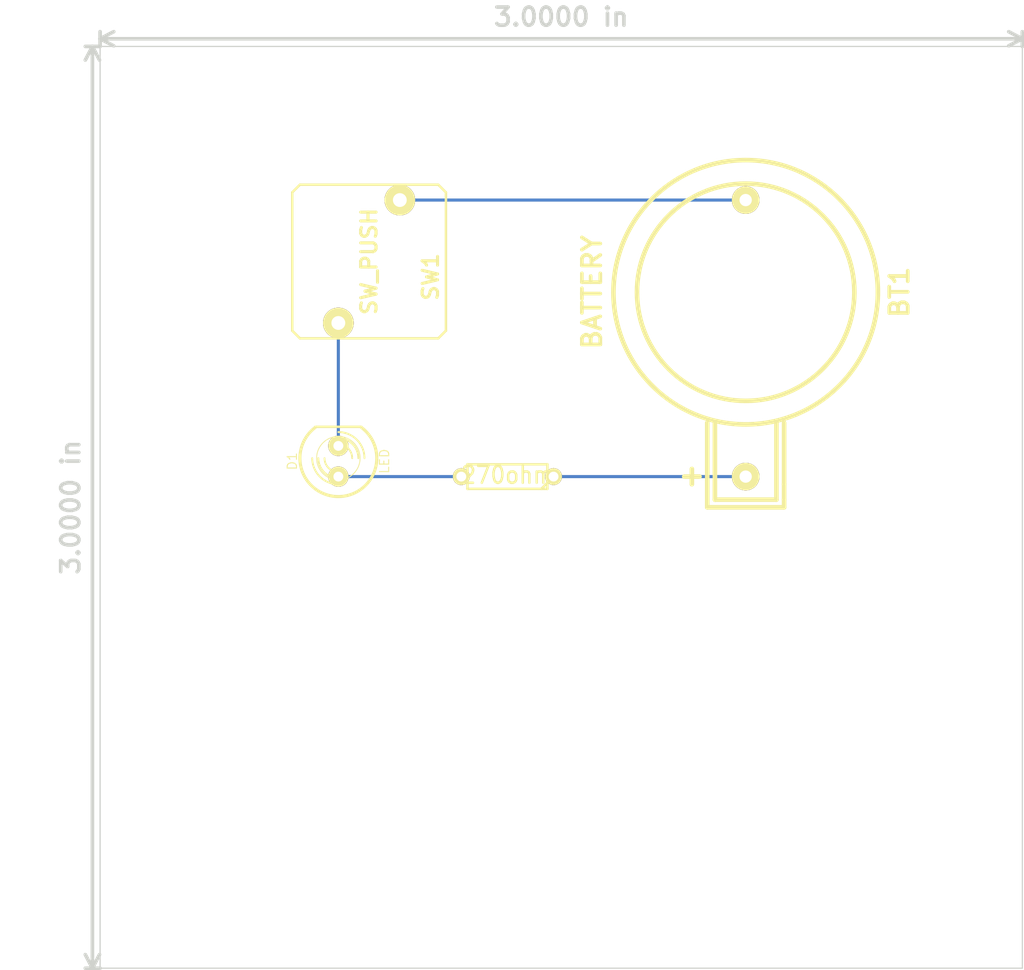
<source format=kicad_pcb>
(kicad_pcb (version 3) (host pcbnew "(2013-07-07 BZR 4022)-stable")

  (general
    (links 4)
    (no_connects 0)
    (area 62.865 17.78 147.32 97.79)
    (thickness 1.6)
    (drawings 6)
    (tracks 4)
    (zones 0)
    (modules 4)
    (nets 5)
  )

  (page A3)
  (layers
    (15 F.Cu signal)
    (0 B.Cu signal)
    (16 B.Adhes user)
    (17 F.Adhes user)
    (18 B.Paste user)
    (19 F.Paste user)
    (20 B.SilkS user)
    (21 F.SilkS user)
    (22 B.Mask user)
    (23 F.Mask user)
    (24 Dwgs.User user)
    (25 Cmts.User user)
    (26 Eco1.User user)
    (27 Eco2.User user)
    (28 Edge.Cuts user)
  )

  (setup
    (last_trace_width 0.254)
    (trace_clearance 0.254)
    (zone_clearance 0.508)
    (zone_45_only no)
    (trace_min 0.254)
    (segment_width 0.2)
    (edge_width 0.1)
    (via_size 0.889)
    (via_drill 0.635)
    (via_min_size 0.889)
    (via_min_drill 0.508)
    (uvia_size 0.508)
    (uvia_drill 0.127)
    (uvias_allowed no)
    (uvia_min_size 0.508)
    (uvia_min_drill 0.127)
    (pcb_text_width 0.3)
    (pcb_text_size 1.5 1.5)
    (mod_edge_width 0.15)
    (mod_text_size 1 1)
    (mod_text_width 0.15)
    (pad_size 1.5 1.5)
    (pad_drill 0.6)
    (pad_to_mask_clearance 0)
    (aux_axis_origin 0 0)
    (visible_elements 7FFFFFFF)
    (pcbplotparams
      (layerselection 3178497)
      (usegerberextensions true)
      (excludeedgelayer true)
      (linewidth 0.150000)
      (plotframeref false)
      (viasonmask false)
      (mode 1)
      (useauxorigin false)
      (hpglpennumber 1)
      (hpglpenspeed 20)
      (hpglpendiameter 15)
      (hpglpenoverlay 2)
      (psnegative false)
      (psa4output false)
      (plotreference true)
      (plotvalue true)
      (plotothertext true)
      (plotinvisibletext false)
      (padsonsilk false)
      (subtractmaskfromsilk false)
      (outputformat 1)
      (mirror false)
      (drillshape 1)
      (scaleselection 1)
      (outputdirectory ""))
  )

  (net 0 "")
  (net 1 N-000001)
  (net 2 N-000002)
  (net 3 N-000003)
  (net 4 N-000004)

  (net_class Default "これは標準のネット クラスです。"
    (clearance 0.254)
    (trace_width 0.254)
    (via_dia 0.889)
    (via_drill 0.635)
    (uvia_dia 0.508)
    (uvia_drill 0.127)
    (add_net "")
    (add_net N-000001)
    (add_net N-000002)
    (add_net N-000003)
    (add_net N-000004)
  )

  (module SW_PUSH   placed (layer F.Cu) (tedit 3F9504DA) (tstamp 54311E6A)
    (at 93.345 39.37 270)
    (descr "Bouton poussoir")
    (tags "SWITCH DEV")
    (path /5430E6A8)
    (autoplace_cost180 10)
    (fp_text reference SW1 (at 1.27 -5.08 270) (layer F.SilkS)
      (effects (font (size 1.27 1.27) (thickness 0.254)))
    )
    (fp_text value SW_PUSH (at 0 0 270) (layer F.SilkS)
      (effects (font (size 1.27 1.27) (thickness 0.254)))
    )
    (fp_line (start 6.35 -5.715) (end 6.35 5.715) (layer F.SilkS) (width 0.2032))
    (fp_line (start 6.35 5.715) (end 5.715 6.35) (layer F.SilkS) (width 0.2032))
    (fp_line (start 5.715 6.35) (end -5.715 6.35) (layer F.SilkS) (width 0.2032))
    (fp_line (start -5.715 6.35) (end -6.35 5.715) (layer F.SilkS) (width 0.2032))
    (fp_line (start -6.35 5.715) (end -6.35 -5.715) (layer F.SilkS) (width 0.2032))
    (fp_line (start -5.715 -6.35) (end 5.715 -6.35) (layer F.SilkS) (width 0.2032))
    (fp_line (start 5.715 -6.35) (end 6.35 -5.715) (layer F.SilkS) (width 0.2032))
    (fp_line (start -6.35 -5.715) (end -5.715 -6.35) (layer F.SilkS) (width 0.2032))
    (pad 1 thru_hole circle (at -5.08 -2.54 270) (size 2.54 2.54) (drill 1.143)
      (layers *.Cu *.Mask F.SilkS)
      (net 3 N-000003)
    )
    (pad 2 thru_hole circle (at 5.08 2.54 270) (size 2.54 2.54) (drill 1.143)
      (layers *.Cu *.Mask F.SilkS)
      (net 4 N-000004)
    )
    (model device/switch_push.wrl
      (at (xyz 0 0 0))
      (scale (xyz 1 1 1))
      (rotate (xyz 0 0 0))
    )
  )

  (module R3   placed (layer F.Cu) (tedit 4E4C0E65) (tstamp 54311E78)
    (at 104.775 57.15 180)
    (descr "Resitance 3 pas")
    (tags R)
    (path /5430E523)
    (autoplace_cost180 10)
    (fp_text reference R1 (at 0 0.127 180) (layer F.SilkS) hide
      (effects (font (size 1.397 1.27) (thickness 0.2032)))
    )
    (fp_text value 270ohm (at 0 0.127 180) (layer F.SilkS)
      (effects (font (size 1.397 1.27) (thickness 0.2032)))
    )
    (fp_line (start -3.81 0) (end -3.302 0) (layer F.SilkS) (width 0.2032))
    (fp_line (start 3.81 0) (end 3.302 0) (layer F.SilkS) (width 0.2032))
    (fp_line (start 3.302 0) (end 3.302 -1.016) (layer F.SilkS) (width 0.2032))
    (fp_line (start 3.302 -1.016) (end -3.302 -1.016) (layer F.SilkS) (width 0.2032))
    (fp_line (start -3.302 -1.016) (end -3.302 1.016) (layer F.SilkS) (width 0.2032))
    (fp_line (start -3.302 1.016) (end 3.302 1.016) (layer F.SilkS) (width 0.2032))
    (fp_line (start 3.302 1.016) (end 3.302 0) (layer F.SilkS) (width 0.2032))
    (fp_line (start -3.302 -0.508) (end -2.794 -1.016) (layer F.SilkS) (width 0.2032))
    (pad 1 thru_hole circle (at -3.81 0 180) (size 1.397 1.397) (drill 0.8128)
      (layers *.Cu *.Mask F.SilkS)
      (net 2 N-000002)
    )
    (pad 2 thru_hole circle (at 3.81 0 180) (size 1.397 1.397) (drill 0.8128)
      (layers *.Cu *.Mask F.SilkS)
      (net 1 N-000001)
    )
    (model discret/resistor.wrl
      (at (xyz 0 0 0))
      (scale (xyz 0.3 0.3 0.3))
      (rotate (xyz 0 0 0))
    )
  )

  (module LED-5MM   placed (layer F.Cu) (tedit 50ADE86B) (tstamp 54311E87)
    (at 90.805 55.88 90)
    (descr "LED 5mm - Lead pitch 100mil (2,54mm)")
    (tags "LED led 5mm 5MM 100mil 2,54mm")
    (path /5430E532)
    (fp_text reference D1 (at 0 -3.81 90) (layer F.SilkS)
      (effects (font (size 0.762 0.762) (thickness 0.0889)))
    )
    (fp_text value LED (at 0 3.81 90) (layer F.SilkS)
      (effects (font (size 0.762 0.762) (thickness 0.0889)))
    )
    (fp_line (start 2.8448 1.905) (end 2.8448 -1.905) (layer F.SilkS) (width 0.2032))
    (fp_circle (center 0.254 0) (end -1.016 1.27) (layer F.SilkS) (width 0.0762))
    (fp_arc (start 0.254 0) (end 2.794 1.905) (angle 286.2) (layer F.SilkS) (width 0.254))
    (fp_arc (start 0.254 0) (end -0.889 0) (angle 90) (layer F.SilkS) (width 0.1524))
    (fp_arc (start 0.254 0) (end 1.397 0) (angle 90) (layer F.SilkS) (width 0.1524))
    (fp_arc (start 0.254 0) (end -1.397 0) (angle 90) (layer F.SilkS) (width 0.1524))
    (fp_arc (start 0.254 0) (end 1.905 0) (angle 90) (layer F.SilkS) (width 0.1524))
    (fp_arc (start 0.254 0) (end -1.905 0) (angle 90) (layer F.SilkS) (width 0.1524))
    (fp_arc (start 0.254 0) (end 2.413 0) (angle 90) (layer F.SilkS) (width 0.1524))
    (pad 1 thru_hole circle (at -1.27 0 90) (size 1.6764 1.6764) (drill 0.8128)
      (layers *.Cu *.Mask F.SilkS)
      (net 1 N-000001)
    )
    (pad 2 thru_hole circle (at 1.27 0 90) (size 1.6764 1.6764) (drill 0.8128)
      (layers *.Cu *.Mask F.SilkS)
      (net 4 N-000004)
    )
    (model discret/leds/led5_vertical_verde.wrl
      (at (xyz 0 0 0))
      (scale (xyz 1 1 1))
      (rotate (xyz 0 0 0))
    )
  )

  (module CR2032H   placed (layer F.Cu) (tedit 4C5E6DB1) (tstamp 54311E9A)
    (at 124.46 41.91 270)
    (path /5430E5BC)
    (fp_text reference BT1 (at 0 -12.7 270) (layer F.SilkS)
      (effects (font (size 1.524 1.524) (thickness 0.3048)))
    )
    (fp_text value BATTERY (at 0 12.7 270) (layer F.SilkS)
      (effects (font (size 1.524 1.524) (thickness 0.3048)))
    )
    (fp_line (start 15.24 3.81) (end 15.24 5.08) (layer F.SilkS) (width 0.381))
    (fp_line (start 14.605 4.445) (end 15.875 4.445) (layer F.SilkS) (width 0.381))
    (fp_line (start 10.795 -2.54) (end 17.145 -2.54) (layer F.SilkS) (width 0.381))
    (fp_line (start 17.145 -2.54) (end 17.145 2.54) (layer F.SilkS) (width 0.381))
    (fp_line (start 17.145 2.54) (end 10.795 2.54) (layer F.SilkS) (width 0.381))
    (fp_line (start 17.145 -3.175) (end 17.78 -3.175) (layer F.SilkS) (width 0.381))
    (fp_line (start 17.78 -3.175) (end 17.78 3.175) (layer F.SilkS) (width 0.381))
    (fp_line (start 17.78 3.175) (end 17.145 3.175) (layer F.SilkS) (width 0.381))
    (fp_line (start 15.875 -3.175) (end 17.145 -3.175) (layer F.SilkS) (width 0.381))
    (fp_line (start 17.145 3.175) (end 10.795 3.175) (layer F.SilkS) (width 0.381))
    (fp_line (start 10.795 -3.175) (end 15.875 -3.175) (layer F.SilkS) (width 0.381))
    (fp_circle (center 0 0) (end -1.27 -8.89) (layer F.SilkS) (width 0.381))
    (fp_circle (center 0 0) (end 6.35 8.89) (layer F.SilkS) (width 0.381))
    (pad 2 thru_hole circle (at -7.62 0 270) (size 2.286 2.286) (drill 1.016)
      (layers *.Cu *.Mask F.SilkS)
      (net 3 N-000003)
    )
    (pad 1 thru_hole circle (at 15.24 0 270) (size 2.286 2.286) (drill 1.016)
      (layers *.Cu *.Mask F.SilkS)
      (net 2 N-000002)
    )
  )

  (gr_line (start 147.32 97.79) (end 147.32 21.59) (angle 90) (layer Edge.Cuts) (width 0.1))
  (gr_line (start 71.12 97.79) (end 147.32 97.79) (angle 90) (layer Edge.Cuts) (width 0.1))
  (gr_line (start 71.12 21.59) (end 71.12 97.79) (angle 90) (layer Edge.Cuts) (width 0.1))
  (gr_line (start 71.12 21.59) (end 147.32 21.59) (angle 90) (layer Edge.Cuts) (width 0.1))
  (dimension 76.2 (width 0.3) (layer Edge.Cuts)
    (gr_text 3.0000インチ (at 69.135001 59.69 270) (layer Edge.Cuts)
      (effects (font (size 1.5 1.5) (thickness 0.3)))
    )
    (feature1 (pts (xy 71.12 97.79) (xy 67.785001 97.79)))
    (feature2 (pts (xy 71.12 21.59) (xy 67.785001 21.59)))
    (crossbar (pts (xy 70.485001 21.59) (xy 70.485001 97.79)))
    (arrow1a (pts (xy 70.485001 97.79) (xy 69.898581 96.663497)))
    (arrow1b (pts (xy 70.485001 97.79) (xy 71.071421 96.663497)))
    (arrow2a (pts (xy 70.485001 21.59) (xy 69.898581 22.716503)))
    (arrow2b (pts (xy 70.485001 21.59) (xy 71.071421 22.716503)))
  )
  (dimension 76.2 (width 0.3) (layer Edge.Cuts)
    (gr_text 3.0000インチ (at 109.22 19.605001) (layer Edge.Cuts)
      (effects (font (size 1.5 1.5) (thickness 0.3)))
    )
    (feature1 (pts (xy 147.32 21.59) (xy 147.32 18.255001)))
    (feature2 (pts (xy 71.12 21.59) (xy 71.12 18.255001)))
    (crossbar (pts (xy 71.12 20.955001) (xy 147.32 20.955001)))
    (arrow1a (pts (xy 147.32 20.955001) (xy 146.193497 21.541421)))
    (arrow1b (pts (xy 147.32 20.955001) (xy 146.193497 20.368581)))
    (arrow2a (pts (xy 71.12 20.955001) (xy 72.246503 21.541421)))
    (arrow2b (pts (xy 71.12 20.955001) (xy 72.246503 20.368581)))
  )

  (segment (start 100.965 57.15) (end 90.805 57.15) (width 0.254) (layer B.Cu) (net 1) (status 80000))
  (segment (start 108.585 57.15) (end 124.46 57.15) (width 0.254) (layer B.Cu) (net 2) (status 80000))
  (segment (start 95.885 34.29) (end 124.46 34.29) (width 0.254) (layer B.Cu) (net 3) (status 80000))
  (segment (start 90.805 44.45) (end 90.805 54.61) (width 0.254) (layer B.Cu) (net 4) (status C00000))

)

</source>
